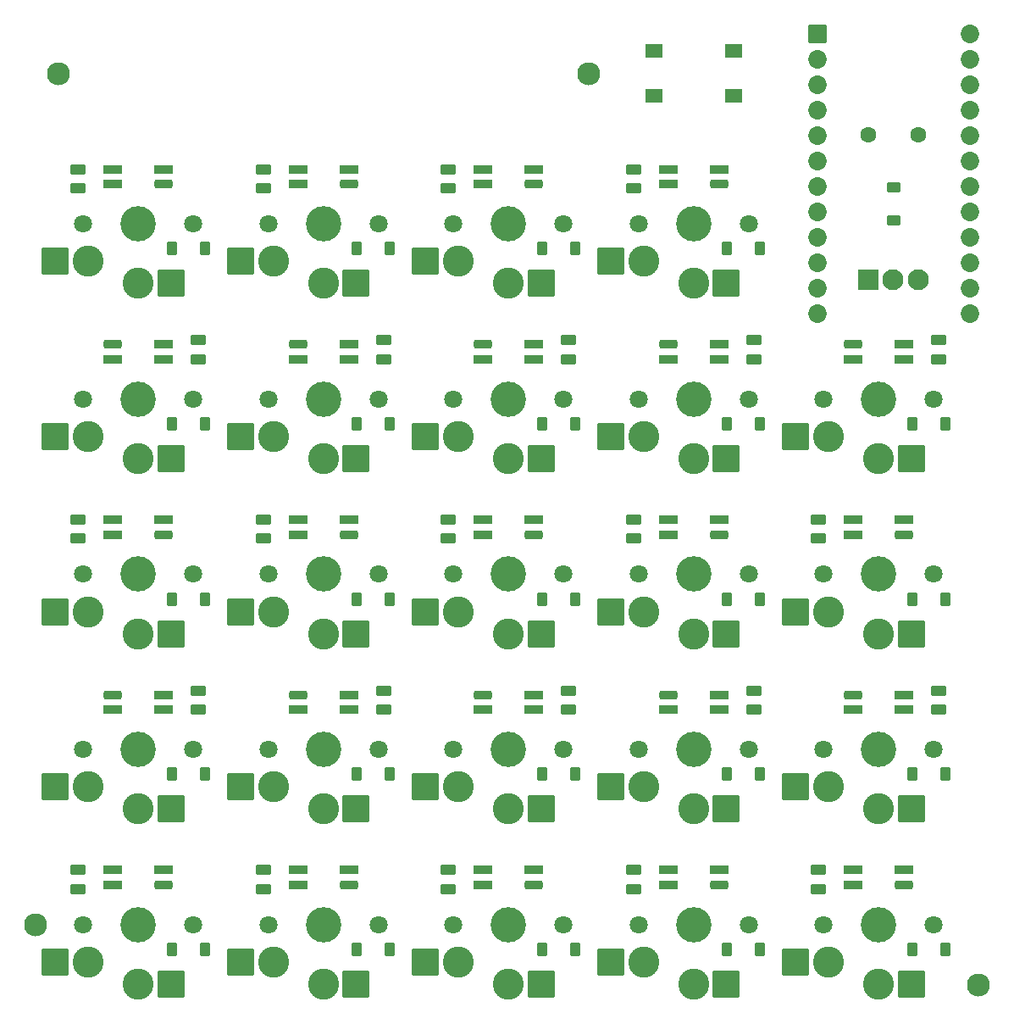
<source format=gbr>
%TF.GenerationSoftware,KiCad,Pcbnew,7.0.10*%
%TF.CreationDate,2024-03-08T11:43:42+01:00*%
%TF.ProjectId,eepypad,65657079-7061-4642-9e6b-696361645f70,1.0*%
%TF.SameCoordinates,Original*%
%TF.FileFunction,Soldermask,Bot*%
%TF.FilePolarity,Negative*%
%FSLAX46Y46*%
G04 Gerber Fmt 4.6, Leading zero omitted, Abs format (unit mm)*
G04 Created by KiCad (PCBNEW 7.0.10) date 2024-03-08 11:43:42*
%MOMM*%
%LPD*%
G01*
G04 APERTURE LIST*
G04 Aperture macros list*
%AMRoundRect*
0 Rectangle with rounded corners*
0 $1 Rounding radius*
0 $2 $3 $4 $5 $6 $7 $8 $9 X,Y pos of 4 corners*
0 Add a 4 corners polygon primitive as box body*
4,1,4,$2,$3,$4,$5,$6,$7,$8,$9,$2,$3,0*
0 Add four circle primitives for the rounded corners*
1,1,$1+$1,$2,$3*
1,1,$1+$1,$4,$5*
1,1,$1+$1,$6,$7*
1,1,$1+$1,$8,$9*
0 Add four rect primitives between the rounded corners*
20,1,$1+$1,$2,$3,$4,$5,0*
20,1,$1+$1,$4,$5,$6,$7,0*
20,1,$1+$1,$6,$7,$8,$9,0*
20,1,$1+$1,$8,$9,$2,$3,0*%
G04 Aperture macros list end*
%ADD10C,1.801800*%
%ADD11C,3.100000*%
%ADD12C,3.529000*%
%ADD13RoundRect,0.050000X1.300000X1.300000X-1.300000X1.300000X-1.300000X-1.300000X1.300000X-1.300000X0*%
%ADD14RoundRect,0.050000X-0.850000X-0.410000X0.850000X-0.410000X0.850000X0.410000X-0.850000X0.410000X0*%
%ADD15RoundRect,0.230000X-0.670000X-0.230000X0.670000X-0.230000X0.670000X0.230000X-0.670000X0.230000X0*%
%ADD16RoundRect,0.050000X0.850000X0.410000X-0.850000X0.410000X-0.850000X-0.410000X0.850000X-0.410000X0*%
%ADD17RoundRect,0.230000X0.670000X0.230000X-0.670000X0.230000X-0.670000X-0.230000X0.670000X-0.230000X0*%
%ADD18C,2.300000*%
%ADD19RoundRect,0.050000X-0.876300X0.876300X-0.876300X-0.876300X0.876300X-0.876300X0.876300X0.876300X0*%
%ADD20C,1.852600*%
%ADD21C,1.600000*%
%ADD22RoundRect,0.050000X1.000000X-1.000000X1.000000X1.000000X-1.000000X1.000000X-1.000000X-1.000000X0*%
%ADD23C,2.100000*%
%ADD24RoundRect,0.050000X-0.775000X-0.650000X0.775000X-0.650000X0.775000X0.650000X-0.775000X0.650000X0*%
%ADD25RoundRect,0.275000X-0.500000X0.275000X-0.500000X-0.275000X0.500000X-0.275000X0.500000X0.275000X0*%
%ADD26RoundRect,0.275000X0.500000X-0.275000X0.500000X0.275000X-0.500000X0.275000X-0.500000X-0.275000X0*%
%ADD27RoundRect,0.050000X0.450000X0.600000X-0.450000X0.600000X-0.450000X-0.600000X0.450000X-0.600000X0*%
%ADD28RoundRect,0.050000X0.600000X-0.450000X0.600000X0.450000X-0.600000X0.450000X-0.600000X-0.450000X0*%
G04 APERTURE END LIST*
D10*
%TO.C,S16*%
X161000000Y-150000000D03*
D11*
X155500000Y-155950000D03*
D12*
X155500000Y-150000000D03*
D11*
X150500000Y-153750000D03*
D10*
X150000000Y-150000000D03*
D13*
X158775000Y-155950000D03*
X147225000Y-153750000D03*
%TD*%
D14*
%TO.C,LED9*%
X134450000Y-74550000D03*
X134450000Y-76050000D03*
D15*
X139550000Y-76050000D03*
D14*
X139550000Y-74550000D03*
%TD*%
D10*
%TO.C,S7*%
X124000000Y-132500000D03*
D11*
X118500000Y-138450000D03*
D12*
X118500000Y-132500000D03*
D11*
X113500000Y-136250000D03*
D10*
X113000000Y-132500000D03*
D13*
X121775000Y-138450000D03*
X110225000Y-136250000D03*
%TD*%
D10*
%TO.C,S5*%
X105500000Y-80000000D03*
D11*
X100000000Y-85950000D03*
D12*
X100000000Y-80000000D03*
D11*
X95000000Y-83750000D03*
D10*
X94500000Y-80000000D03*
D13*
X103275000Y-85950000D03*
X91725000Y-83750000D03*
%TD*%
D16*
%TO.C,LED18*%
X121050000Y-93550000D03*
X121050000Y-92050000D03*
D17*
X115950000Y-92050000D03*
D16*
X115950000Y-93550000D03*
%TD*%
D14*
%TO.C,LED12*%
X152950000Y-74550000D03*
X152950000Y-76050000D03*
D15*
X158050000Y-76050000D03*
D14*
X158050000Y-74550000D03*
%TD*%
D18*
%TO.C,_4*%
X184000000Y-156000000D03*
%TD*%
D16*
%TO.C,LED16*%
X102550000Y-93550000D03*
X102550000Y-92050000D03*
D17*
X97450000Y-92050000D03*
D16*
X97450000Y-93550000D03*
%TD*%
D14*
%TO.C,LED5*%
X115950000Y-109550000D03*
X115950000Y-111050000D03*
D15*
X121050000Y-111050000D03*
D14*
X121050000Y-109550000D03*
%TD*%
D18*
%TO.C,_3*%
X89750000Y-150000000D03*
%TD*%
D14*
%TO.C,LED4*%
X115950000Y-144550000D03*
X115950000Y-146050000D03*
D15*
X121050000Y-146050000D03*
D14*
X121050000Y-144550000D03*
%TD*%
%TO.C,LED2*%
X97450000Y-109550000D03*
X97450000Y-111050000D03*
D15*
X102550000Y-111050000D03*
D14*
X102550000Y-109550000D03*
%TD*%
D10*
%TO.C,S15*%
X142500000Y-80000000D03*
D11*
X137000000Y-85950000D03*
D12*
X137000000Y-80000000D03*
D11*
X132000000Y-83750000D03*
D10*
X131500000Y-80000000D03*
D13*
X140275000Y-85950000D03*
X128725000Y-83750000D03*
%TD*%
D10*
%TO.C,S1*%
X105500000Y-150000000D03*
D11*
X100000000Y-155950000D03*
D12*
X100000000Y-150000000D03*
D11*
X95000000Y-153750000D03*
D10*
X94500000Y-150000000D03*
D13*
X103275000Y-155950000D03*
X91725000Y-153750000D03*
%TD*%
D16*
%TO.C,LED17*%
X121050000Y-128550000D03*
X121050000Y-127050000D03*
D17*
X115950000Y-127050000D03*
D16*
X115950000Y-128550000D03*
%TD*%
%TO.C,LED23*%
X176550000Y-128550000D03*
X176550000Y-127050000D03*
D17*
X171450000Y-127050000D03*
D16*
X171450000Y-128550000D03*
%TD*%
D10*
%TO.C,S2*%
X105500000Y-132500000D03*
D11*
X100000000Y-138450000D03*
D12*
X100000000Y-132500000D03*
D11*
X95000000Y-136250000D03*
D10*
X94500000Y-132500000D03*
D13*
X103275000Y-138450000D03*
X91725000Y-136250000D03*
%TD*%
D10*
%TO.C,S9*%
X124000000Y-97500000D03*
D11*
X118500000Y-103450000D03*
D12*
X118500000Y-97500000D03*
D11*
X113500000Y-101250000D03*
D10*
X113000000Y-97500000D03*
D13*
X121775000Y-103450000D03*
X110225000Y-101250000D03*
%TD*%
D10*
%TO.C,S22*%
X179500000Y-132500000D03*
D11*
X174000000Y-138450000D03*
D12*
X174000000Y-132500000D03*
D11*
X169000000Y-136250000D03*
D10*
X168500000Y-132500000D03*
D13*
X177275000Y-138450000D03*
X165725000Y-136250000D03*
%TD*%
D14*
%TO.C,LED10*%
X152950000Y-144550000D03*
X152950000Y-146050000D03*
D15*
X158050000Y-146050000D03*
D14*
X158050000Y-144550000D03*
%TD*%
D10*
%TO.C,S21*%
X179500000Y-150000000D03*
D11*
X174000000Y-155950000D03*
D12*
X174000000Y-150000000D03*
D11*
X169000000Y-153750000D03*
D10*
X168500000Y-150000000D03*
D13*
X177275000Y-155950000D03*
X165725000Y-153750000D03*
%TD*%
D10*
%TO.C,S8*%
X124000000Y-115000000D03*
D11*
X118500000Y-120950000D03*
D12*
X118500000Y-115000000D03*
D11*
X113500000Y-118750000D03*
D10*
X113000000Y-115000000D03*
D13*
X121775000Y-120950000D03*
X110225000Y-118750000D03*
%TD*%
D14*
%TO.C,LED8*%
X134450000Y-109550000D03*
X134450000Y-111050000D03*
D15*
X139550000Y-111050000D03*
D14*
X139550000Y-109550000D03*
%TD*%
D10*
%TO.C,S24*%
X179500000Y-97500000D03*
D11*
X174000000Y-103450000D03*
D12*
X174000000Y-97500000D03*
D11*
X169000000Y-101250000D03*
D10*
X168500000Y-97500000D03*
D13*
X177275000Y-103450000D03*
X165725000Y-101250000D03*
%TD*%
D18*
%TO.C,_2*%
X145000000Y-65000000D03*
%TD*%
D19*
%TO.C,MCU1*%
X167880000Y-61030000D03*
D20*
X167880000Y-63570000D03*
X167880000Y-66110000D03*
X167880000Y-68650000D03*
X167880000Y-71190000D03*
X167880000Y-73730000D03*
X167880000Y-76270000D03*
X167880000Y-78810000D03*
X167880000Y-81350000D03*
X167880000Y-83890000D03*
X167880000Y-86430000D03*
X167880000Y-88970000D03*
X183120000Y-61030000D03*
X183120000Y-63570000D03*
X183120000Y-66110000D03*
X183120000Y-68650000D03*
X183120000Y-71190000D03*
X183120000Y-73730000D03*
X183120000Y-76270000D03*
X183120000Y-78810000D03*
X183120000Y-81350000D03*
X183120000Y-83890000D03*
X183120000Y-86430000D03*
X183120000Y-88970000D03*
%TD*%
D14*
%TO.C,LED1*%
X97450000Y-144550000D03*
X97450000Y-146050000D03*
D15*
X102550000Y-146050000D03*
D14*
X102550000Y-144550000D03*
%TD*%
%TO.C,LED3*%
X97450000Y-74550000D03*
X97450000Y-76050000D03*
D15*
X102550000Y-76050000D03*
D14*
X102550000Y-74550000D03*
%TD*%
D10*
%TO.C,S11*%
X142500000Y-150000000D03*
D11*
X137000000Y-155950000D03*
D12*
X137000000Y-150000000D03*
D11*
X132000000Y-153750000D03*
D10*
X131500000Y-150000000D03*
D13*
X140275000Y-155950000D03*
X128725000Y-153750000D03*
%TD*%
D10*
%TO.C,S13*%
X142500000Y-115000000D03*
D11*
X137000000Y-120950000D03*
D12*
X137000000Y-115000000D03*
D11*
X132000000Y-118750000D03*
D10*
X131500000Y-115000000D03*
D13*
X140275000Y-120950000D03*
X128725000Y-118750000D03*
%TD*%
D16*
%TO.C,LED15*%
X102550000Y-128550000D03*
X102550000Y-127050000D03*
D17*
X97450000Y-127050000D03*
D16*
X97450000Y-128550000D03*
%TD*%
D10*
%TO.C,S12*%
X142500000Y-132500000D03*
D11*
X137000000Y-138450000D03*
D12*
X137000000Y-132500000D03*
D11*
X132000000Y-136250000D03*
D10*
X131500000Y-132500000D03*
D13*
X140275000Y-138450000D03*
X128725000Y-136250000D03*
%TD*%
D21*
%TO.C,ROT1*%
X172960000Y-71120000D03*
X177960000Y-71120000D03*
D22*
X172960000Y-85620000D03*
D23*
X177960000Y-85620000D03*
X175460000Y-85620000D03*
%TD*%
D16*
%TO.C,LED19*%
X139550000Y-128550000D03*
X139550000Y-127050000D03*
D17*
X134450000Y-127050000D03*
D16*
X134450000Y-128550000D03*
%TD*%
D10*
%TO.C,S10*%
X124000000Y-80000000D03*
D11*
X118500000Y-85950000D03*
D12*
X118500000Y-80000000D03*
D11*
X113500000Y-83750000D03*
D10*
X113000000Y-80000000D03*
D13*
X121775000Y-85950000D03*
X110225000Y-83750000D03*
%TD*%
D16*
%TO.C,LED24*%
X176550000Y-93550000D03*
X176550000Y-92050000D03*
D17*
X171450000Y-92050000D03*
D16*
X171450000Y-93550000D03*
%TD*%
%TO.C,LED22*%
X158050000Y-93550000D03*
X158050000Y-92050000D03*
D17*
X152950000Y-92050000D03*
D16*
X152950000Y-93550000D03*
%TD*%
D14*
%TO.C,LED11*%
X152950000Y-109550000D03*
X152950000Y-111050000D03*
D15*
X158050000Y-111050000D03*
D14*
X158050000Y-109550000D03*
%TD*%
D10*
%TO.C,S18*%
X161000000Y-115000000D03*
D11*
X155500000Y-120950000D03*
D12*
X155500000Y-115000000D03*
D11*
X150500000Y-118750000D03*
D10*
X150000000Y-115000000D03*
D13*
X158775000Y-120950000D03*
X147225000Y-118750000D03*
%TD*%
D24*
%TO.C,B1*%
X151525000Y-62750000D03*
X159475000Y-62750000D03*
X151525000Y-67250000D03*
X159475000Y-67250000D03*
%TD*%
D10*
%TO.C,S14*%
X142500000Y-97500000D03*
D11*
X137000000Y-103450000D03*
D12*
X137000000Y-97500000D03*
D11*
X132000000Y-101250000D03*
D10*
X131500000Y-97500000D03*
D13*
X140275000Y-103450000D03*
X128725000Y-101250000D03*
%TD*%
D10*
%TO.C,S19*%
X161000000Y-97500000D03*
D11*
X155500000Y-103450000D03*
D12*
X155500000Y-97500000D03*
D11*
X150500000Y-101250000D03*
D10*
X150000000Y-97500000D03*
D13*
X158775000Y-103450000D03*
X147225000Y-101250000D03*
%TD*%
D18*
%TO.C,_1*%
X92000000Y-65000000D03*
%TD*%
D14*
%TO.C,LED7*%
X134450000Y-144550000D03*
X134450000Y-146050000D03*
D15*
X139550000Y-146050000D03*
D14*
X139550000Y-144550000D03*
%TD*%
D16*
%TO.C,LED20*%
X139550000Y-93550000D03*
X139550000Y-92050000D03*
D17*
X134450000Y-92050000D03*
D16*
X134450000Y-93550000D03*
%TD*%
D14*
%TO.C,LED14*%
X171450000Y-109550000D03*
X171450000Y-111050000D03*
D15*
X176550000Y-111050000D03*
D14*
X176550000Y-109550000D03*
%TD*%
%TO.C,LED13*%
X171450000Y-144550000D03*
X171450000Y-146050000D03*
D15*
X176550000Y-146050000D03*
D14*
X176550000Y-144550000D03*
%TD*%
D10*
%TO.C,S3*%
X105500000Y-115000000D03*
D11*
X100000000Y-120950000D03*
D12*
X100000000Y-115000000D03*
D11*
X95000000Y-118750000D03*
D10*
X94500000Y-115000000D03*
D13*
X103275000Y-120950000D03*
X91725000Y-118750000D03*
%TD*%
D10*
%TO.C,S23*%
X179500000Y-115000000D03*
D11*
X174000000Y-120950000D03*
D12*
X174000000Y-115000000D03*
D11*
X169000000Y-118750000D03*
D10*
X168500000Y-115000000D03*
D13*
X177275000Y-120950000D03*
X165725000Y-118750000D03*
%TD*%
D14*
%TO.C,LED6*%
X115950000Y-74550000D03*
X115950000Y-76050000D03*
D15*
X121050000Y-76050000D03*
D14*
X121050000Y-74550000D03*
%TD*%
D10*
%TO.C,S4*%
X105500000Y-97500000D03*
D11*
X100000000Y-103450000D03*
D12*
X100000000Y-97500000D03*
D11*
X95000000Y-101250000D03*
D10*
X94500000Y-97500000D03*
D13*
X103275000Y-103450000D03*
X91725000Y-101250000D03*
%TD*%
D10*
%TO.C,S6*%
X124000000Y-150000000D03*
D11*
X118500000Y-155950000D03*
D12*
X118500000Y-150000000D03*
D11*
X113500000Y-153750000D03*
D10*
X113000000Y-150000000D03*
D13*
X121775000Y-155950000D03*
X110225000Y-153750000D03*
%TD*%
D10*
%TO.C,S17*%
X161000000Y-132500000D03*
D11*
X155500000Y-138450000D03*
D12*
X155500000Y-132500000D03*
D11*
X150500000Y-136250000D03*
D10*
X150000000Y-132500000D03*
D13*
X158775000Y-138450000D03*
X147225000Y-136250000D03*
%TD*%
D16*
%TO.C,LED21*%
X158050000Y-128550000D03*
X158050000Y-127050000D03*
D17*
X152950000Y-127050000D03*
D16*
X152950000Y-128550000D03*
%TD*%
D10*
%TO.C,S20*%
X161000000Y-80000000D03*
D11*
X155500000Y-85950000D03*
D12*
X155500000Y-80000000D03*
D11*
X150500000Y-83750000D03*
D10*
X150000000Y-80000000D03*
D13*
X158775000Y-85950000D03*
X147225000Y-83750000D03*
%TD*%
D25*
%TO.C,C18*%
X124500000Y-91650000D03*
X124500000Y-93550000D03*
%TD*%
%TO.C,C22*%
X161500000Y-91650000D03*
X161500000Y-93550000D03*
%TD*%
D26*
%TO.C,C9*%
X131000000Y-76450000D03*
X131000000Y-74550000D03*
%TD*%
%TO.C,C10*%
X149500000Y-146450000D03*
X149500000Y-144550000D03*
%TD*%
D27*
%TO.C,D1*%
X106650000Y-152500000D03*
X103350000Y-152500000D03*
%TD*%
%TO.C,D20*%
X162150000Y-82500000D03*
X158850000Y-82500000D03*
%TD*%
D26*
%TO.C,C11*%
X149500000Y-111450000D03*
X149500000Y-109550000D03*
%TD*%
D25*
%TO.C,C15*%
X106000000Y-126650000D03*
X106000000Y-128550000D03*
%TD*%
D27*
%TO.C,D13*%
X143650000Y-117500000D03*
X140350000Y-117500000D03*
%TD*%
%TO.C,D6*%
X125150000Y-152500000D03*
X121850000Y-152500000D03*
%TD*%
%TO.C,D5*%
X106650000Y-82500000D03*
X103350000Y-82500000D03*
%TD*%
%TO.C,D15*%
X143650000Y-82500000D03*
X140350000Y-82500000D03*
%TD*%
%TO.C,D14*%
X143650000Y-100000000D03*
X140350000Y-100000000D03*
%TD*%
%TO.C,D23*%
X180650000Y-117500000D03*
X177350000Y-117500000D03*
%TD*%
D28*
%TO.C,D25*%
X175500000Y-79650000D03*
X175500000Y-76350000D03*
%TD*%
D26*
%TO.C,C13*%
X168000000Y-146450000D03*
X168000000Y-144550000D03*
%TD*%
D25*
%TO.C,C16*%
X106000000Y-91650000D03*
X106000000Y-93550000D03*
%TD*%
D26*
%TO.C,C1*%
X94000000Y-146450000D03*
X94000000Y-144550000D03*
%TD*%
%TO.C,C5*%
X112500000Y-111450000D03*
X112500000Y-109550000D03*
%TD*%
D27*
%TO.C,D10*%
X125150000Y-82500000D03*
X121850000Y-82500000D03*
%TD*%
%TO.C,D7*%
X125150000Y-135000000D03*
X121850000Y-135000000D03*
%TD*%
%TO.C,D22*%
X180650000Y-135000000D03*
X177350000Y-135000000D03*
%TD*%
%TO.C,D24*%
X180650000Y-100000000D03*
X177350000Y-100000000D03*
%TD*%
D26*
%TO.C,C8*%
X131000000Y-111450000D03*
X131000000Y-109550000D03*
%TD*%
%TO.C,C4*%
X112500000Y-146450000D03*
X112500000Y-144550000D03*
%TD*%
D25*
%TO.C,C21*%
X161500000Y-126650000D03*
X161500000Y-128550000D03*
%TD*%
%TO.C,C19*%
X143000000Y-126650000D03*
X143000000Y-128550000D03*
%TD*%
D27*
%TO.C,D11*%
X143650000Y-152500000D03*
X140350000Y-152500000D03*
%TD*%
%TO.C,D3*%
X106650000Y-117500000D03*
X103350000Y-117500000D03*
%TD*%
D25*
%TO.C,C17*%
X124500000Y-126650000D03*
X124500000Y-128550000D03*
%TD*%
D26*
%TO.C,C2*%
X94000000Y-111450000D03*
X94000000Y-109550000D03*
%TD*%
D27*
%TO.C,D16*%
X162150000Y-152500000D03*
X158850000Y-152500000D03*
%TD*%
D26*
%TO.C,C12*%
X149500000Y-76450000D03*
X149500000Y-74550000D03*
%TD*%
%TO.C,C3*%
X94000000Y-76450000D03*
X94000000Y-74550000D03*
%TD*%
D27*
%TO.C,D19*%
X162150000Y-100000000D03*
X158850000Y-100000000D03*
%TD*%
D25*
%TO.C,C24*%
X180000000Y-91650000D03*
X180000000Y-93550000D03*
%TD*%
D27*
%TO.C,D2*%
X106650000Y-135000000D03*
X103350000Y-135000000D03*
%TD*%
D26*
%TO.C,C14*%
X168000000Y-111450000D03*
X168000000Y-109550000D03*
%TD*%
%TO.C,C6*%
X112500000Y-76450000D03*
X112500000Y-74550000D03*
%TD*%
D25*
%TO.C,C20*%
X143000000Y-91650000D03*
X143000000Y-93550000D03*
%TD*%
D27*
%TO.C,D8*%
X125150000Y-117500000D03*
X121850000Y-117500000D03*
%TD*%
%TO.C,D12*%
X143650000Y-135000000D03*
X140350000Y-135000000D03*
%TD*%
%TO.C,D9*%
X125150000Y-100000000D03*
X121850000Y-100000000D03*
%TD*%
%TO.C,D21*%
X180650000Y-152500000D03*
X177350000Y-152500000D03*
%TD*%
D26*
%TO.C,C7*%
X131000000Y-146450000D03*
X131000000Y-144550000D03*
%TD*%
D27*
%TO.C,D4*%
X106650000Y-100000000D03*
X103350000Y-100000000D03*
%TD*%
%TO.C,D18*%
X162150000Y-117500000D03*
X158850000Y-117500000D03*
%TD*%
%TO.C,D17*%
X162150000Y-135000000D03*
X158850000Y-135000000D03*
%TD*%
D25*
%TO.C,C23*%
X180000000Y-126650000D03*
X180000000Y-128550000D03*
%TD*%
M02*

</source>
